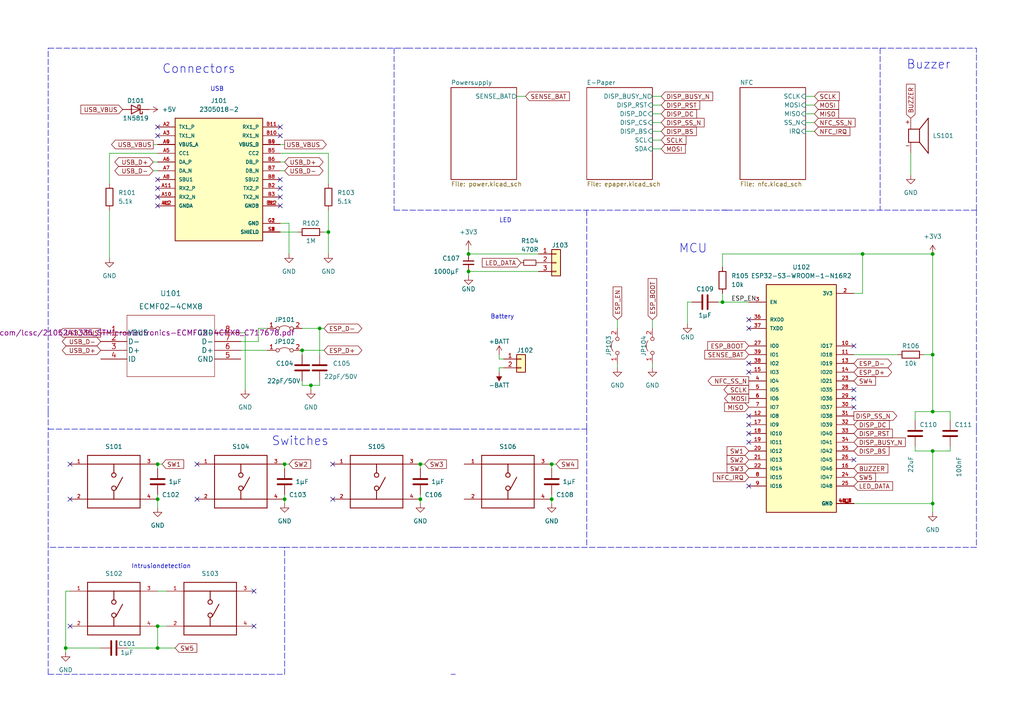
<source format=kicad_sch>
(kicad_sch (version 20211123) (generator eeschema)
  (paper "A4")
  (title_block (title "FabReader2") (date "2022-06-20") (rev "0.2") (company "RLKM UG (haftungsbeschränkt)") (comment 1 "Autoren: Joseph Langosch, Kai Kriegel"))
  (lib_symbols
    (symbol "2022-06-20_20-11-07:ECMF02-4CMX8" (pin_names (offset 0.254))
      (property "Reference" "U" (at 20.32 10.16 0))
      (property "Value" "ECMF02-4CMX8" (at 20.32 7.62 0))
      (symbol "ECMF02-4CMX8_1_1"
        (pin power_in line (at 0 0 0) (length 7.62) (name "VBUS") (number "1"))
        (pin bidirectional line (at 0 -2.54 0) (length 7.62) (name "D-") (number "2"))
        (pin bidirectional line (at 0 -5.08 0) (length 7.62) (name "D+") (number "3"))
        (pin unspecified line (at 0 -7.62 0) (length 7.62) (name "ID") (number "4"))
        (pin power_in line (at 40.64 -7.62 180) (length 7.62) (name "GND") (number "5"))
        (pin bidirectional line (at 40.64 -5.08 180) (length 7.62) (name "D+") (number "6"))
        (pin bidirectional line (at 40.64 -2.54 180) (length 7.62) (name "D-") (number "7"))
        (pin power_in line (at 40.64 0 180) (length 7.62) (name "GND") (number "8"))
      )
    )
    (symbol "2305018-2:2305018-2" (pin_names (offset 1.016))
      (property "Reference" "J" (at -12.7 18.0594 0))
      (property "Value" "2305018-2" (at -12.7 -20.3454 0))
      (symbol "2305018-2_0_0"
        (pin passive line (at -17.78 -7.62 0) (length 5.08) (name "GNDA") (number "A1"))
        (pin passive line (at -17.78 -5.08 0) (length 5.08) (name "RX2_N") (number "A10"))
        (pin passive line (at -17.78 -2.54 0) (length 5.08) (name "RX2_P") (number "A11"))
        (pin passive line (at -17.78 -7.62 0) (length 5.08) (name "GNDA") (number "A12"))
        (pin passive line (at -17.78 15.24 0) (length 5.08) (name "TX1_P") (number "A2"))
        (pin passive line (at -17.78 12.7 0) (length 5.08) (name "TX1_N") (number "A3"))
        (pin passive line (at -17.78 10.16 0) (length 5.08) (name "VBUS_A") (number "A4"))
        (pin passive line (at -17.78 7.62 0) (length 5.08) (name "CC1") (number "A5"))
        (pin passive line (at -17.78 5.08 0) (length 5.08) (name "DA_P") (number "A6"))
        (pin passive line (at -17.78 2.54 0) (length 5.08) (name "DA_N") (number "A7"))
        (pin passive line (at -17.78 0 0) (length 5.08) (name "SBU1") (number "A8"))
        (pin passive line (at -17.78 10.16 0) (length 5.08) (name "VBUS_A") (number "A9"))
        (pin passive line (at 17.78 -7.62 180) (length 5.08) (name "GNDB") (number "B1"))
        (pin passive line (at 17.78 12.7 180) (length 5.08) (name "RX1_N") (number "B10"))
        (pin passive line (at 17.78 15.24 180) (length 5.08) (name "RX1_P") (number "B11"))
        (pin passive line (at 17.78 -7.62 180) (length 5.08) (name "GNDB") (number "B12"))
        (pin passive line (at 17.78 -2.54 180) (length 5.08) (name "TX2_P") (number "B2"))
        (pin passive line (at 17.78 -5.08 180) (length 5.08) (name "TX2_N") (number "B3"))
        (pin passive line (at 17.78 10.16 180) (length 5.08) (name "VBUS_B") (number "B4"))
        (pin passive line (at 17.78 7.62 180) (length 5.08) (name "CC2") (number "B5"))
        (pin passive line (at 17.78 5.08 180) (length 5.08) (name "DB_P") (number "B6"))
        (pin passive line (at 17.78 2.54 180) (length 5.08) (name "DB_N") (number "B7"))
        (pin passive line (at 17.78 0 180) (length 5.08) (name "SBU2") (number "B8"))
        (pin passive line (at 17.78 10.16 180) (length 5.08) (name "VBUS_B") (number "B9"))
        (pin power_in line (at 17.78 -12.7 180) (length 5.08) (name "GND") (number "G1"))
        (pin power_in line (at 17.78 -12.7 180) (length 5.08) (name "GND") (number "G2"))
        (pin power_in line (at 17.78 -15.24 180) (length 5.08) (name "SHIELD") (number "S1"))
        (pin power_in line (at 17.78 -15.24 180) (length 5.08) (name "SHIELD") (number "S2"))
        (pin power_in line (at 17.78 -15.24 180) (length 5.08) (name "SHIELD") (number "S3"))
        (pin power_in line (at 17.78 -15.24 180) (length 5.08) (name "SHIELD") (number "S4"))
      )
    )
    (symbol "CMI-9705-0380-SMT-TR:CMI-9705-0380-SMT-TR" (pin_numbers hide) (pin_names (offset 1.016) hide)
      (property "Reference" "LS" (at -1.27 6.35 0))
      (property "Value" "CMI-9705-0380-SMT-TR" (at -1.27 -8.255 0))
      (symbol "CMI-9705-0380-SMT-TR_0_0"
        (text "+" (at -4.318 3.302 0) (effects (font (size 1.27 1.27)) (justify left bottom)))
        (text "-" (at -4.318 -3.556 0) (effects (font (size 1.27 1.27)) (justify left bottom)))
        (pin passive line (at -2.54 -5.08 90) (length 2.54) (name "~") (number "N"))
        (pin passive line (at -2.54 5.08 270) (length 2.54) (name "~") (number "P"))
      )
    )
    (symbol "Connector_Generic:Conn_01x02" (pin_names (offset 1.016) hide)
      (property "Reference" "J" (at 0 2.54 0))
      (property "Value" "Conn_01x02" (at 0 -5.08 0))
      (symbol "Conn_01x02_1_1"
        (pin passive line (at -5.08 0 0) (length 3.81) (name "Pin_1") (number "1"))
        (pin passive line (at -5.08 -2.54 0) (length 3.81) (name "Pin_2") (number "2"))
      )
    )
    (symbol "Connector_Generic:Conn_01x03" (pin_names (offset 1.016) hide)
      (property "Reference" "J" (at 0 5.08 0))
      (property "Value" "Conn_01x03" (at 0 -5.08 0))
      (symbol "Conn_01x03_1_1"
        (pin passive line (at -5.08 2.54 0) (length 3.81) (name "Pin_1") (number "1"))
        (pin passive line (at -5.08 0 0) (length 3.81) (name "Pin_2") (number "2"))
        (pin passive line (at -5.08 -2.54 0) (length 3.81) (name "Pin_3") (number "3"))
      )
    )
    (symbol "Device:C" (pin_numbers hide) (pin_names (offset 0.254))
      (property "Reference" "C" (at 0.635 2.54 0))
      (property "Value" "C" (at 0.635 -2.54 0))
      (symbol "C_1_1"
        (pin passive line (at 0 3.81 270) (length 2.794) (name "~") (number "1"))
        (pin passive line (at 0 -3.81 90) (length 2.794) (name "~") (number "2"))
      )
    )
    (symbol "Device:C_Small" (pin_numbers hide) (pin_names (offset 0.254) hide)
      (property "Reference" "C" (at 0.254 1.778 0))
      (property "Value" "C_Small" (at 0.254 -2.032 0))
      (symbol "C_Small_1_1"
        (pin passive line (at 0 2.54 270) (length 2.032) (name "~") (number "1"))
        (pin passive line (at 0 -2.54 90) (length 2.032) (name "~") (number "2"))
      )
    )
    (symbol "Device:R" (pin_numbers hide) (pin_names (offset 0))
      (property "Reference" "R" (at 2.032 0 90))
      (property "Value" "R" (at 0 0 90))
      (symbol "R_1_1"
        (pin passive line (at 0 3.81 270) (length 1.27) (name "~") (number "1"))
        (pin passive line (at 0 -3.81 90) (length 1.27) (name "~") (number "2"))
      )
    )
    (symbol "Device:R_Small" (pin_numbers hide) (pin_names (offset 0.254) hide)
      (property "Reference" "R" (at 0.762 0.508 0))
      (property "Value" "R_Small" (at 0.762 -1.016 0))
      (symbol "R_Small_1_1"
        (pin passive line (at 0 2.54 270) (length 0.762) (name "~") (number "1"))
        (pin passive line (at 0 -2.54 90) (length 0.762) (name "~") (number "2"))
      )
    )
    (symbol "Diode:1N5819" (pin_numbers hide) (pin_names (offset 1.016) hide)
      (property "Reference" "D" (at 0 2.54 0))
      (property "Value" "1N5819" (at 0 -2.54 0))
      (symbol "1N5819_1_1"
        (pin passive line (at -3.81 0 0) (length 2.54) (name "K") (number "1"))
        (pin passive line (at 3.81 0 180) (length 2.54) (name "A") (number "2"))
      )
    )
    (symbol "ESP32-S3-WROOM-1-N16R2:ESP32-S3-WROOM-1-N16R2" (pin_names (offset 1.016))
      (property "Reference" "U" (at -10.16 34.1122 0))
      (property "Value" "ESP32-S3-WROOM-1-N16R2" (at -10.16 -35.56 0))
      (symbol "ESP32-S3-WROOM-1-N16R2_0_0"
        (pin power_in line (at 15.24 -30.48 180) (length 5.08) (name "GND") (number "1"))
        (pin bidirectional line (at 15.24 15.24 180) (length 5.08) (name "IO17") (number "10"))
        (pin bidirectional line (at 15.24 12.7 180) (length 5.08) (name "IO18") (number "11"))
        (pin bidirectional line (at -15.24 -5.08 0) (length 5.08) (name "IO8") (number "12"))
        (pin bidirectional line (at 15.24 10.16 180) (length 5.08) (name "IO19") (number "13"))
        (pin bidirectional line (at 15.24 7.62 180) (length 5.08) (name "IO20") (number "14"))
        (pin bidirectional line (at -15.24 7.62 0) (length 5.08) (name "IO3") (number "15"))
        (pin bidirectional line (at 15.24 -20.32 180) (length 5.08) (name "IO46") (number "16"))
        (pin bidirectional line (at -15.24 -7.62 0) (length 5.08) (name "IO9") (number "17"))
        (pin bidirectional line (at -15.24 -10.16 0) (length 5.08) (name "IO10") (number "18"))
        (pin bidirectional line (at -15.24 -12.7 0) (length 5.08) (name "IO11") (number "19"))
        (pin power_in line (at 15.24 30.48 180) (length 5.08) (name "3V3") (number "2"))
        (pin bidirectional line (at -15.24 -15.24 0) (length 5.08) (name "IO12") (number "20"))
        (pin bidirectional line (at -15.24 -17.78 0) (length 5.08) (name "IO13") (number "21"))
        (pin bidirectional line (at -15.24 -20.32 0) (length 5.08) (name "IO14") (number "22"))
        (pin bidirectional line (at 15.24 5.08 180) (length 5.08) (name "IO21") (number "23"))
        (pin bidirectional line (at 15.24 -22.86 180) (length 5.08) (name "IO47") (number "24"))
        (pin bidirectional line (at 15.24 -25.4 180) (length 5.08) (name "IO48") (number "25"))
        (pin bidirectional line (at 15.24 -17.78 180) (length 5.08) (name "IO45") (number "26"))
        (pin bidirectional line (at -15.24 15.24 0) (length 5.08) (name "IO0") (number "27"))
        (pin bidirectional line (at 15.24 2.54 180) (length 5.08) (name "IO35") (number "28"))
        (pin bidirectional line (at 15.24 0 180) (length 5.08) (name "IO36") (number "29"))
        (pin input line (at -15.24 27.94 0) (length 5.08) (name "EN") (number "3"))
        (pin bidirectional line (at 15.24 -2.54 180) (length 5.08) (name "IO37") (number "30"))
        (pin bidirectional line (at 15.24 -5.08 180) (length 5.08) (name "IO38") (number "31"))
        (pin bidirectional line (at 15.24 -7.62 180) (length 5.08) (name "IO39") (number "32"))
        (pin bidirectional line (at 15.24 -10.16 180) (length 5.08) (name "IO40") (number "33"))
        (pin bidirectional line (at 15.24 -12.7 180) (length 5.08) (name "IO41") (number "34"))
        (pin bidirectional line (at 15.24 -15.24 180) (length 5.08) (name "IO42") (number "35"))
        (pin bidirectional line (at -15.24 22.86 0) (length 5.08) (name "RXD0") (number "36"))
        (pin bidirectional line (at -15.24 20.32 0) (length 5.08) (name "TXD0") (number "37"))
        (pin bidirectional line (at -15.24 10.16 0) (length 5.08) (name "IO2") (number "38"))
        (pin bidirectional line (at -15.24 12.7 0) (length 5.08) (name "IO1") (number "39"))
        (pin bidirectional line (at -15.24 5.08 0) (length 5.08) (name "IO4") (number "4"))
        (pin power_in line (at 15.24 -30.48 180) (length 5.08) (name "GND") (number "40"))
        (pin power_in line (at 15.24 -30.48 180) (length 5.08) (name "GND") (number "41_1"))
        (pin power_in line (at 15.24 -30.48 180) (length 5.08) (name "GND") (number "41_2"))
        (pin power_in line (at 15.24 -30.48 180) (length 5.08) (name "GND") (number "41_3"))
        (pin power_in line (at 15.24 -30.48 180) (length 5.08) (name "GND") (number "41_4"))
        (pin power_in line (at 15.24 -30.48 180) (length 5.08) (name "GND") (number "41_5"))
        (pin power_in line (at 15.24 -30.48 180) (length 5.08) (name "GND") (number "41_6"))
        (pin power_in line (at 15.24 -30.48 180) (length 5.08) (name "GND") (number "41_7"))
        (pin power_in line (at 15.24 -30.48 180) (length 5.08) (name "GND") (number "41_8"))
        (pin power_in line (at 15.24 -30.48 180) (length 5.08) (name "GND") (number "41_9"))
        (pin bidirectional line (at -15.24 2.54 0) (length 5.08) (name "IO5") (number "5"))
        (pin bidirectional line (at -15.24 0 0) (length 5.08) (name "IO6") (number "6"))
        (pin bidirectional line (at -15.24 -2.54 0) (length 5.08) (name "IO7") (number "7"))
        (pin bidirectional line (at -15.24 -22.86 0) (length 5.08) (name "IO15") (number "8"))
        (pin bidirectional line (at -15.24 -25.4 0) (length 5.08) (name "IO16") (number "9"))
      )
    )
    (symbol "Jumper:Jumper_2_Bridged" (pin_names (offset 0) hide)
      (property "Reference" "JP" (at 0 1.905 0))
      (property "Value" "Jumper_2_Bridged" (at 0 -2.54 0))
      (symbol "Jumper_2_Bridged_1_1"
        (pin passive line (at -5.08 0 0) (length 2.54) (name "A") (number "1"))
        (pin passive line (at 5.08 0 180) (length 2.54) (name "B") (number "2"))
      )
    )
    (symbol "Jumper:Jumper_2_Open" (pin_names (offset 0) hide)
      (property "Reference" "JP" (at 0 2.794 0))
      (property "Value" "Jumper_2_Open" (at 0 -2.286 0))
      (symbol "Jumper_2_Open_1_1"
        (pin passive line (at -5.08 0 0) (length 2.54) (name "A") (number "1"))
        (pin passive line (at 5.08 0 180) (length 2.54) (name "B") (number "2"))
      )
    )
    (symbol "TS04-66-95-BK-260-SMT:TS04-66-95-BK-260-SMT" (pin_names (offset 1.016) hide)
      (property "Reference" "S" (at -7.62 8.382 0))
      (property "Value" "TS04-66-95-BK-260-SMT" (at -7.62 -8.382 0))
      (symbol "TS04-66-95-BK-260-SMT_0_0"
        (pin passive line (at -12.7 5.08 0) (length 5.08) (name "~") (number "1"))
        (pin passive line (at -12.7 -5.08 0) (length 5.08) (name "~") (number "2"))
        (pin passive line (at 12.7 5.08 180) (length 5.08) (name "~") (number "3"))
        (pin passive line (at 12.7 -5.08 180) (length 5.08) (name "~") (number "4"))
      )
    )
    (symbol "power:+3V3" (power) (pin_names (offset 0))
      (property "Value" "+3V3" (at 0 3.556 0))
      (symbol "+3V3_1_1"
        (pin power_in line (at 0 0 90) (length 0) hide (name "+3V3") (number "1"))
      )
    )
    (symbol "power:+5V" (power) (pin_names (offset 0))
      (property "Value" "+5V" (at 0 3.556 0))
      (symbol "+5V_1_1"
        (pin power_in line (at 0 0 90) (length 0) hide (name "+5V") (number "1"))
      )
    )
    (symbol "power:+BATT" (power) (pin_names (offset 0))
      (property "Value" "+BATT" (at 0 3.556 0))
      (symbol "+BATT_1_1"
        (pin power_in line (at 0 0 90) (length 0) hide (name "+BATT") (number "1"))
      )
    )
    (symbol "power:-BATT" (power) (pin_names (offset 0))
      (property "Value" "-BATT" (at 0 3.556 0))
      (symbol "-BATT_1_1"
        (pin power_in line (at 0 0 90) (length 0) hide (name "-BATT") (number "1"))
      )
    )
    (symbol "power:GND" (power) (pin_names (offset 0))
      (property "Value" "GND" (at 0 -3.81 0))
      (symbol "GND_1_1"
        (pin power_in line (at 0 0 270) (length 0) hide (name "GND") (number "1"))
      )
    )
  )
  (junction (at 82.55 134.62))
  (junction (at 45.72 187.96))
  (junction (at 45.72 181.61))
  (junction (at 19.05 187.96))
  (junction (at 87.63 101.6))
  (junction (at 92.71 95.25))
  (junction (at 250.19 73.66))
  (junction (at 209.55 87.63))
  (junction (at 82.55 144.78))
  (junction (at 121.92 144.78))
  (junction (at 135.89 73.66))
  (junction (at 270.51 119.38))
  (junction (at 160.02 134.62))
  (junction (at 95.25 67.31))
  (junction (at 121.92 134.62))
  (junction (at 270.51 73.66))
  (junction (at 45.72 144.78))
  (junction (at 90.17 111.76))
  (junction (at 270.51 146.05))
  (junction (at 270.51 130.81))
  (junction (at 270.51 102.87))
  (junction (at 45.72 134.62))
  (junction (at 160.02 144.78))
  (junction (at 135.89 78.74))
  (no_connect (at 45.72 54.61))
  (no_connect (at 57.15 144.78))
  (no_connect (at 73.66 171.45))
  (no_connect (at 73.66 181.61))
  (no_connect (at 96.52 144.78))
  (no_connect (at 20.32 181.61))
  (no_connect (at 45.72 36.83))
  (no_connect (at 81.28 36.83))
  (no_connect (at 81.28 59.69))
  (no_connect (at 81.28 52.07))
  (no_connect (at 81.28 54.61))
  (no_connect (at 81.28 57.15))
  (no_connect (at 20.32 144.78))
  (no_connect (at 45.72 39.37))
  (no_connect (at 20.32 134.62))
  (no_connect (at 45.72 59.69))
  (no_connect (at 217.17 107.95))
  (no_connect (at 217.17 128.27))
  (no_connect (at 217.17 140.97))
  (no_connect (at 96.52 134.62))
  (no_connect (at 57.15 134.62))
  (no_connect (at 217.17 120.65))
  (no_connect (at 217.17 125.73))
  (no_connect (at 217.17 95.25))
  (no_connect (at 45.72 52.07))
  (no_connect (at 247.65 100.33))
  (no_connect (at 247.65 133.35))
  (no_connect (at 247.65 118.11))
  (no_connect (at 247.65 115.57))
  (no_connect (at 247.65 113.03))
  (no_connect (at 217.17 105.41))
  (no_connect (at 217.17 92.71))
  (no_connect (at 45.72 57.15))
  (no_connect (at 217.17 123.19))
  (no_connect (at 81.28 39.37))
  (wire (pts (xy 160.02 134.62) (xy 160.02 135.89)))
  (wire (pts (xy 44.45 49.53) (xy 45.72 49.53)))
  (wire (pts (xy 82.55 144.78) (xy 82.55 146.05)))
  (wire (pts (xy 189.23 43.18) (xy 191.77 43.18)))
  (wire (pts (xy 146.05 104.14) (xy 144.78 104.14)))
  (wire (pts (xy 92.71 95.25) (xy 87.63 95.25)))
  (wire (pts (xy 82.55 134.62) (xy 83.82 134.62)))
  (wire (pts (xy 19.05 187.96) (xy 19.05 171.45)))
  (wire (pts (xy 209.55 73.66) (xy 250.19 73.66)))
  (wire (pts (xy 264.16 44.45) (xy 264.16 50.8)))
  (polyline (pts (xy 82.55 158.75) (xy 82.55 158.75)))
  (wire (pts (xy 121.92 134.62) (xy 121.92 135.89)))
  (wire (pts (xy 45.72 187.96) (xy 50.8 187.96)))
  (polyline (pts (xy 13.97 119.38) (xy 13.97 13.97)))
  (wire (pts (xy 95.25 53.34) (xy 95.25 44.45)))
  (wire (pts (xy 270.51 130.81) (xy 270.51 146.05)))
  (wire (pts (xy 233.68 27.94) (xy 236.22 27.94)))
  (polyline (pts (xy 195.58 60.96) (xy 210.82 60.96)))
  (wire (pts (xy 267.97 102.87) (xy 270.51 102.87)))
  (wire (pts (xy 149.86 27.94) (xy 152.4 27.94)))
  (wire (pts (xy 189.23 40.64) (xy 191.77 40.64)))
  (wire (pts (xy 233.68 38.1) (xy 236.22 38.1)))
  (wire (pts (xy 160.02 143.51) (xy 160.02 144.78)))
  (wire (pts (xy 189.23 35.56) (xy 191.77 35.56)))
  (wire (pts (xy 160.02 134.62) (xy 161.29 134.62)))
  (polyline (pts (xy 170.18 60.96) (xy 170.18 124.46)))
  (wire (pts (xy 160.02 146.05) (xy 160.02 144.78)))
  (polyline (pts (xy 255.27 13.97) (xy 255.27 60.96)))
  (wire (pts (xy 121.92 143.51) (xy 121.92 144.78)))
  (wire (pts (xy 45.72 44.45) (xy 31.75 44.45)))
  (wire (pts (xy 31.75 44.45) (xy 31.75 53.34)))
  (polyline (pts (xy 13.97 195.58) (xy 13.97 124.46)))
  (wire (pts (xy 265.43 130.81) (xy 270.51 130.81)))
  (wire (pts (xy 209.55 77.47) (xy 209.55 73.66)))
  (wire (pts (xy 209.55 85.09) (xy 209.55 87.63)))
  (wire (pts (xy 270.51 130.81) (xy 275.59 130.81)))
  (wire (pts (xy 83.82 64.77) (xy 81.28 64.77)))
  (polyline (pts (xy 209.55 60.96) (xy 210.82 60.96)))
  (wire (pts (xy 189.23 38.1) (xy 191.77 38.1)))
  (wire (pts (xy 270.51 146.05) (xy 270.51 148.59)))
  (polyline (pts (xy 283.21 60.96) (xy 283.21 124.46)))
  (wire (pts (xy 83.82 73.66) (xy 83.82 64.77)))
  (wire (pts (xy 275.59 130.81) (xy 275.59 129.54)))
  (wire (pts (xy 31.75 60.96) (xy 31.75 74.93)))
  (wire (pts (xy 19.05 171.45) (xy 20.32 171.45)))
  (wire (pts (xy 92.71 110.49) (xy 92.71 111.76)))
  (wire (pts (xy 45.72 181.61) (xy 48.26 181.61)))
  (wire (pts (xy 209.55 87.63) (xy 217.17 87.63)))
  (wire (pts (xy 69.85 99.06) (xy 74.93 99.06)))
  (wire (pts (xy 270.51 119.38) (xy 275.59 119.38)))
  (polyline (pts (xy 283.21 158.75) (xy 173.99 158.75)))
  (wire (pts (xy 179.07 92.71) (xy 179.07 95.25)))
  (wire (pts (xy 81.28 44.45) (xy 95.25 44.45)))
  (polyline (pts (xy 13.97 13.97) (xy 118.11 13.97)))
  (wire (pts (xy 135.89 73.66) (xy 156.21 73.66)))
  (polyline (pts (xy 13.97 195.58) (xy 82.55 195.58)))
  (polyline (pts (xy 130.81 195.58) (xy 132.08 195.58)))
  (wire (pts (xy 45.72 134.62) (xy 45.72 135.89)))
  (wire (pts (xy 144.78 106.68) (xy 144.78 107.95)))
  (wire (pts (xy 92.71 95.25) (xy 93.98 95.25)))
  (wire (pts (xy 87.63 111.76) (xy 90.17 111.76)))
  (wire (pts (xy 199.39 87.63) (xy 200.66 87.63)))
  (polyline (pts (xy 82.55 195.58) (xy 82.55 158.75)))
  (wire (pts (xy 265.43 119.38) (xy 270.51 119.38)))
  (wire (pts (xy 121.92 146.05) (xy 121.92 144.78)))
  (wire (pts (xy 95.25 60.96) (xy 95.25 67.31)))
  (wire (pts (xy 179.07 105.41) (xy 179.07 106.68)))
  (wire (pts (xy 189.23 27.94) (xy 191.77 27.94)))
  (wire (pts (xy 233.68 30.48) (xy 236.22 30.48)))
  (wire (pts (xy 45.72 144.78) (xy 45.72 147.32)))
  (wire (pts (xy 189.23 92.71) (xy 189.23 95.25)))
  (wire (pts (xy 265.43 121.92) (xy 265.43 119.38)))
  (wire (pts (xy 81.28 46.99) (xy 82.55 46.99)))
  (wire (pts (xy 199.39 93.98) (xy 199.39 87.63)))
  (wire (pts (xy 45.72 134.62) (xy 46.99 134.62)))
  (polyline (pts (xy 132.08 158.75) (xy 82.55 158.75)))
  (polyline (pts (xy 118.11 13.97) (xy 283.21 13.97)))
  (polyline (pts (xy 283.21 60.96) (xy 283.21 13.97)))
  (wire (pts (xy 44.45 46.99) (xy 45.72 46.99)))
  (wire (pts (xy 44.45 41.91) (xy 45.72 41.91)))
  (wire (pts (xy 82.55 134.62) (xy 82.55 135.89)))
  (polyline (pts (xy 13.97 119.38) (xy 13.97 124.46)))
  (wire (pts (xy 247.65 146.05) (xy 270.51 146.05)))
  (wire (pts (xy 92.71 111.76) (xy 90.17 111.76)))
  (wire (pts (xy 69.85 96.52) (xy 71.12 96.52)))
  (wire (pts (xy 270.51 73.66) (xy 270.51 102.87)))
  (wire (pts (xy 250.19 73.66) (xy 270.51 73.66)))
  (wire (pts (xy 81.28 49.53) (xy 82.55 49.53)))
  (wire (pts (xy 250.19 85.09) (xy 247.65 85.09)))
  (polyline (pts (xy 283.21 124.46) (xy 283.21 158.75)))
  (wire (pts (xy 135.89 80.01) (xy 135.89 78.74)))
  (polyline (pts (xy 114.3 124.46) (xy 132.08 124.46)))
  (wire (pts (xy 233.68 35.56) (xy 236.22 35.56)))
  (polyline (pts (xy 13.97 124.46) (xy 114.3 124.46)))
  (wire (pts (xy 69.85 101.6) (xy 77.47 101.6)))
  (wire (pts (xy 19.05 189.23) (xy 19.05 187.96)))
  (wire (pts (xy 121.92 134.62) (xy 123.19 134.62)))
  (wire (pts (xy 189.23 30.48) (xy 191.77 30.48)))
  (polyline (pts (xy 114.3 13.97) (xy 114.3 60.96)))
  (wire (pts (xy 74.93 95.25) (xy 77.47 95.25)))
  (wire (pts (xy 87.63 110.49) (xy 87.63 111.76)))
  (wire (pts (xy 265.43 129.54) (xy 265.43 130.81)))
  (wire (pts (xy 81.28 67.31) (xy 86.36 67.31)))
  (wire (pts (xy 90.17 111.76) (xy 90.17 113.03)))
  (wire (pts (xy 45.72 181.61) (xy 45.72 187.96)))
  (wire (pts (xy 87.63 101.6) (xy 93.98 101.6)))
  (wire (pts (xy 250.19 73.66) (xy 250.19 85.09)))
  (wire (pts (xy 144.78 104.14) (xy 144.78 102.87)))
  (wire (pts (xy 82.55 143.51) (xy 82.55 144.78)))
  (wire (pts (xy 270.51 102.87) (xy 270.51 119.38)))
  (wire (pts (xy 189.23 33.02) (xy 191.77 33.02)))
  (wire (pts (xy 74.93 95.25) (xy 74.93 99.06)))
  (wire (pts (xy 19.05 187.96) (xy 29.21 187.96)))
  (polyline (pts (xy 210.82 60.96) (xy 283.21 60.96)))
  (polyline (pts (xy 170.18 124.46) (xy 170.18 158.75)))
  (wire (pts (xy 135.89 73.66) (xy 135.89 72.39)))
  (polyline (pts (xy 114.3 60.96) (xy 195.58 60.96)))
  (wire (pts (xy 233.68 33.02) (xy 236.22 33.02)))
  (wire (pts (xy 275.59 121.92) (xy 275.59 119.38)))
  (wire (pts (xy 36.83 187.96) (xy 45.72 187.96)))
  (wire (pts (xy 87.63 101.6) (xy 87.63 102.87)))
  (wire (pts (xy 45.72 171.45) (xy 48.26 171.45)))
  (polyline (pts (xy 132.08 124.46) (xy 170.18 124.46)))
  (wire (pts (xy 45.72 143.51) (xy 45.72 144.78)))
  (wire (pts (xy 146.05 106.68) (xy 144.78 106.68)))
  (wire (pts (xy 92.71 95.25) (xy 92.71 102.87)))
  (wire (pts (xy 208.28 87.63) (xy 209.55 87.63)))
  (polyline (pts (xy 82.55 158.75) (xy 13.97 158.75)))
  (wire (pts (xy 95.25 67.31) (xy 95.25 73.66)))
  (polyline (pts (xy 132.08 158.75) (xy 173.99 158.75)))
  (wire (pts (xy 71.12 96.52) (xy 71.12 113.03)))
  (wire (pts (xy 189.23 105.41) (xy 189.23 106.68)))
  (wire (pts (xy 135.89 78.74) (xy 156.21 78.74)))
  (wire (pts (xy 260.35 102.87) (xy 247.65 102.87)))
  (wire (pts (xy 81.28 41.91) (xy 82.55 41.91)))
  (wire (pts (xy 93.98 67.31) (xy 95.25 67.31)))
  (text "Buzzer" (at 262.89 20.32 0) (effects (font (size 2.54 2.54)) (justify left bottom)))
  (text "LED" (at 144.78 64.77 0) (effects (font (size 1.27 1.27)) (justify left bottom)))
  (text "USB" (at 60.96 26.67 0) (effects (font (size 1.27 1.27)) (justify left bottom)))
  (text "Battery" (at 142.24 92.71 0) (effects (font (size 1.27 1.27)) (justify left bottom)))
  (text "Intrusiondetection" (at 38.1 165.1 0) (effects (font (size 1.27 1.27)) (justify left bottom)))
  (text "Connectors" (at 46.99 21.59 0) (effects (font (size 2.54 2.54)) (justify left bottom)))
  (text "MCU" (at 196.85 73.66 0) (effects (font (size 2.54 2.54)) (justify left bottom)))
  (text "Switches" (at 78.74 129.54 0) (effects (font (size 2.54 2.54)) (justify left bottom)))
  (label "ESP_EN" (at 212.09 87.63 0))
  (global_label "SCLK" (shape input) (at 236.22 27.94 0) (property "Intersheet References" "${INTERSHEET_REFS}" (effects hide)))
  (global_label "SENSE_BAT" (shape input) (at 152.4 27.94 0) (property "Intersheet References" "${INTERSHEET_REFS}" (effects hide)))
  (global_label "ESP_EN" (shape input) (at 179.07 92.71 90) (property "Intersheet References" "${INTERSHEET_REFS}" (effects hide)))
  (global_label "DISP_SS_N" (shape output) (at 247.65 120.65 0) (property "Intersheet References" "${INTERSHEET_REFS}" (effects hide)))
  (global_label "SCLK" (shape output) (at 217.17 113.03 180) (property "Intersheet References" "${INTERSHEET_REFS}" (effects hide)))
  (global_label "SW3" (shape input) (at 123.19 134.62 0) (property "Intersheet References" "${INTERSHEET_REFS}" (effects hide)))
  (global_label "ESP_D+" (shape bidirectional) (at 93.98 101.6 0) (property "Intersheet References" "${INTERSHEET_REFS}" (effects hide)))
  (global_label "SW2" (shape input) (at 217.17 133.35 180) (property "Intersheet References" "${INTERSHEET_REFS}" (effects hide)))
  (global_label "USB_VBUS" (shape output) (at 44.45 41.91 180) (property "Intersheet References" "${INTERSHEET_REFS}" (effects hide)))
  (global_label "USB_D+" (shape bidirectional) (at 82.55 46.99 0) (property "Intersheet References" "${INTERSHEET_REFS}" (effects hide)))
  (global_label "DISP_RST" (shape input) (at 247.65 125.73 0) (property "Intersheet References" "${INTERSHEET_REFS}" (effects hide)))
  (global_label "SW4" (shape input) (at 247.65 110.49 0) (property "Intersheet References" "${INTERSHEET_REFS}" (effects hide)))
  (global_label "SW5" (shape input) (at 50.8 187.96 0) (property "Intersheet References" "${INTERSHEET_REFS}" (effects hide)))
  (global_label "DISP_DC" (shape input) (at 191.77 33.02 0) (property "Intersheet References" "${INTERSHEET_REFS}" (effects hide)))
  (global_label "SW5" (shape input) (at 247.65 138.43 0) (property "Intersheet References" "${INTERSHEET_REFS}" (effects hide)))
  (global_label "MOSI" (shape output) (at 217.17 115.57 180) (property "Intersheet References" "${INTERSHEET_REFS}" (effects hide)))
  (global_label "USB_VBUS" (shape output) (at 29.21 96.52 180) (property "Intersheet References" "${INTERSHEET_REFS}" (effects hide)))
  (global_label "SW4" (shape input) (at 161.29 134.62 0) (property "Intersheet References" "${INTERSHEET_REFS}" (effects hide)))
  (global_label "DISP_DC" (shape input) (at 247.65 123.19 0) (property "Intersheet References" "${INTERSHEET_REFS}" (effects hide)))
  (global_label "NFC_SS_N" (shape input) (at 236.22 35.56 0) (property "Intersheet References" "${INTERSHEET_REFS}" (effects hide)))
  (global_label "SW3" (shape input) (at 217.17 135.89 180) (property "Intersheet References" "${INTERSHEET_REFS}" (effects hide)))
  (global_label "LED_DATA" (shape input) (at 247.65 140.97 0) (property "Intersheet References" "${INTERSHEET_REFS}" (effects hide)))
  (global_label "DISP_BUSY_N" (shape input) (at 247.65 128.27 0) (property "Intersheet References" "${INTERSHEET_REFS}" (effects hide)))
  (global_label "NFC_SS_N" (shape output) (at 217.17 110.49 180) (property "Intersheet References" "${INTERSHEET_REFS}" (effects hide)))
  (global_label "MOSI" (shape input) (at 191.77 43.18 0) (property "Intersheet References" "${INTERSHEET_REFS}" (effects hide)))
  (global_label "ESP_D-" (shape bidirectional) (at 93.98 95.25 0) (property "Intersheet References" "${INTERSHEET_REFS}" (effects hide)))
  (global_label "BUZZER" (shape input) (at 247.65 135.89 0) (property "Intersheet References" "${INTERSHEET_REFS}" (effects hide)))
  (global_label "DISP_BS" (shape input) (at 191.77 38.1 0) (property "Intersheet References" "${INTERSHEET_REFS}" (effects hide)))
  (global_label "DISP_BS" (shape input) (at 247.65 130.81 0) (property "Intersheet References" "${INTERSHEET_REFS}" (effects hide)))
  (global_label "SENSE_BAT" (shape input) (at 217.17 102.87 180) (property "Intersheet References" "${INTERSHEET_REFS}" (effects hide)))
  (global_label "NFC_IRQ" (shape input) (at 236.22 38.1 0) (property "Intersheet References" "${INTERSHEET_REFS}" (effects hide)))
  (global_label "USB_D-" (shape bidirectional) (at 82.55 49.53 0) (property "Intersheet References" "${INTERSHEET_REFS}" (effects hide)))
  (global_label "LED_DATA" (shape input) (at 151.13 76.2 180) (property "Intersheet References" "${INTERSHEET_REFS}" (effects hide)))
  (global_label "DISP_BUSY_N" (shape input) (at 191.77 27.94 0) (property "Intersheet References" "${INTERSHEET_REFS}" (effects hide)))
  (global_label "ESP_BOOT" (shape input) (at 189.23 92.71 90) (property "Intersheet References" "${INTERSHEET_REFS}" (effects hide)))
  (global_label "DISP_SS_N" (shape input) (at 191.77 35.56 0) (property "Intersheet References" "${INTERSHEET_REFS}" (effects hide)))
  (global_label "MOSI" (shape input) (at 236.22 30.48 0) (property "Intersheet References" "${INTERSHEET_REFS}" (effects hide)))
  (global_label "ESP_D-" (shape bidirectional) (at 247.65 105.41 0) (property "Intersheet References" "${INTERSHEET_REFS}" (effects hide)))
  (global_label "USB_VBUS" (shape input) (at 35.56 31.75 180) (property "Intersheet References" "${INTERSHEET_REFS}" (effects hide)))
  (global_label "NFC_IRQ" (shape input) (at 217.17 138.43 180) (property "Intersheet References" "${INTERSHEET_REFS}" (effects hide)))
  (global_label "BUZZER" (shape input) (at 264.16 34.29 90) (property "Intersheet References" "${INTERSHEET_REFS}" (effects hide)))
  (global_label "DISP_RST" (shape input) (at 191.77 30.48 0) (property "Intersheet References" "${INTERSHEET_REFS}" (effects hide)))
  (global_label "MISO" (shape input) (at 217.17 118.11 180) (property "Intersheet References" "${INTERSHEET_REFS}" (effects hide)))
  (global_label "USB_D-" (shape bidirectional) (at 29.21 99.06 180) (property "Intersheet References" "${INTERSHEET_REFS}" (effects hide)))
  (global_label "USB_D-" (shape bidirectional) (at 44.45 49.53 180) (property "Intersheet References" "${INTERSHEET_REFS}" (effects hide)))
  (global_label "USB_VBUS" (shape output) (at 82.55 41.91 0) (property "Intersheet References" "${INTERSHEET_REFS}" (effects hide)))
  (global_label "MISO" (shape input) (at 236.22 33.02 0) (property "Intersheet References" "${INTERSHEET_REFS}" (effects hide)))
  (global_label "SW1" (shape input) (at 217.17 130.81 180) (property "Intersheet References" "${INTERSHEET_REFS}" (effects hide)))
  (global_label "ESP_BOOT" (shape input) (at 217.17 100.33 180) (property "Intersheet References" "${INTERSHEET_REFS}" (effects hide)))
  (global_label "USB_D+" (shape bidirectional) (at 44.45 46.99 180) (property "Intersheet References" "${INTERSHEET_REFS}" (effects hide)))
  (global_label "USB_D+" (shape bidirectional) (at 29.21 101.6 180) (property "Intersheet References" "${INTERSHEET_REFS}" (effects hide)))
  (global_label "SW1" (shape input) (at 46.99 134.62 0) (property "Intersheet References" "${INTERSHEET_REFS}" (effects hide)))
  (global_label "SW2" (shape input) (at 83.82 134.62 0) (property "Intersheet References" "${INTERSHEET_REFS}" (effects hide)))
  (global_label "ESP_D+" (shape bidirectional) (at 247.65 107.95 0) (property "Intersheet References" "${INTERSHEET_REFS}" (effects hide)))
  (global_label "SCLK" (shape input) (at 191.77 40.64 0) (property "Intersheet References" "${INTERSHEET_REFS}" (effects hide)))
  (symbol (lib_id "power:GND") (at 83.82 73.66 0) (unit 1)
    (property "Reference" "#PWR0107" (effects hide))
    (property "Value" "GND" (at 83.82 78.74 0))
  )
  (symbol (lib_id "Device:R") (at 209.55 81.28 180) (unit 1)
    (property "Reference" "R105" (at 212.09 80.0099 0) (effects (justify right)))
    (property "Value" "10k" (at 212.09 82.5499 0) (effects (justify right)))
    (property "Footprint" "Resistor_SMD:R_0402_1005Metric" (effects hide))
    (property "Datasheet" "https://datasheet.lcsc.com/lcsc/1810241324_YAGEO-AC0402FR-0710KL_C144807.pdf" (effects hide))
    (property "MANUFACTURER" "YAGEO" (effects hide))
    (property "MPN" "RC0402JR-071KL" (effects hide))
  )
  (symbol (lib_id "power:+3V3") (at 270.51 73.66 0) (unit 1)
    (property "Reference" "#PWR0120" (effects hide))
    (property "Value" "+3V3" (at 270.51 68.58 0))
  )
  (symbol (lib_id "Device:R") (at 90.17 67.31 90) (unit 1)
    (property "Reference" "R102" (at 90.17 64.77 90))
    (property "Value" "1M" (at 90.17 69.85 90))
    (property "Footprint" "Resistor_SMD:R_0402_1005Metric" (effects hide))
    (property "Datasheet" "https://datasheet.lcsc.com/lcsc/1810241325_YAGEO-AC0402FR-071ML_C144787.pdf" (effects hide))
    (property "MANUFACTURER" "YAGEO" (effects hide))
    (property "MPN" "AC0402FR-071ML" (effects hide))
  )
  (symbol (lib_id "Device:C") (at 265.43 125.73 0) (unit 1)
    (property "Reference" "C110" (at 266.7 123.19 0) (effects (justify left)))
    (property "Value" "22uF" (at 264.16 137.16 90) (effects (justify left)))
    (property "Footprint" "Capacitor_SMD:C_0402_1005Metric" (effects hide))
    (property "Datasheet" "https://datasheet.lcsc.com/lcsc/1912111437_Murata-Electronics-GRM155R60J226ME11D_C415703.pdf" (effects hide))
    (property "MANUFACTURER" "Murata Electronics" (effects hide))
    (property "MPN" "GRM155R60J226ME11D" (effects hide))
    (property "Type" "X5R" (effects hide))
  )
  (symbol (lib_id "power:GND") (at 90.17 113.03 0) (unit 1)
    (property "Reference" "#PWR0108" (effects hide))
    (property "Value" "GND" (at 90.17 118.11 0))
  )
  (symbol (lib_id "power:GND") (at 19.05 189.23 0) (unit 1)
    (property "Reference" "#PWR0101" (effects hide))
    (property "Value" "GND" (at 19.05 194.31 0))
  )
  (symbol (lib_id "Jumper:Jumper_2_Bridged") (at 82.55 101.6 0) (unit 1)
    (property "Reference" "JP102" (at 82.55 99.06 0))
    (property "Value" "Jumper_2_Bridged" (effects hide))
    (property "Footprint" "Connector_PinHeader_2.54mm:PinHeader_1x02_P2.54mm_Vertical" (effects hide))
  )
  (symbol (lib_id "power:GND") (at 82.55 146.05 0) (mirror y) (unit 1)
    (property "Reference" "#PWR0106" (effects hide))
    (property "Value" "GND" (at 82.55 151.13 0))
  )
  (symbol (lib_id "Device:R") (at 31.75 57.15 180) (unit 1)
    (property "Reference" "R101" (at 34.29 55.8799 0) (effects (justify right)))
    (property "Value" "5.1k" (at 34.29 58.4199 0) (effects (justify right)))
    (property "Footprint" "Resistor_SMD:R_0402_1005Metric" (effects hide))
    (property "Datasheet" "https://datasheet.lcsc.com/lcsc/1809201112_YAGEO-RC0402FR-075K1L_C105872.pdf" (effects hide))
    (property "MANUFACTURER" "YAGEO" (effects hide))
    (property "MPN" "RC0402FR-075K1L" (effects hide))
  )
  (symbol (lib_id "Jumper:Jumper_2_Bridged") (at 82.55 95.25 0) (unit 1)
    (property "Reference" "JP101" (at 82.55 92.71 0))
    (property "Value" "Jumper_2_Bridged" (effects hide))
    (property "Footprint" "Connector_PinHeader_2.54mm:PinHeader_1x02_P2.54mm_Vertical" (effects hide))
  )
  (symbol (lib_id "Device:C") (at 45.72 139.7 180) (unit 1)
    (property "Reference" "C102" (at 49.53 143.51 0))
    (property "Value" "1µF" (at 50.8 139.7 0))
    (property "Footprint" "Capacitor_SMD:C_0402_1005Metric" (effects hide))
    (property "Datasheet" "https://datasheet.lcsc.com/lcsc/1811081616_Murata-Electronics-GRM155R61E105KA12D_C77009.pdf" (effects hide))
    (property "MANUFACTURER" "Murata Electronics" (effects hide))
    (property "MPN" "GRM155R61E105KA12D" (effects hide))
    (property "Type" "X5R" (effects hide))
  )
  (symbol (lib_id "Device:C") (at 275.59 125.73 0) (unit 1)
    (property "Reference" "C111" (at 276.86 123.19 0) (effects (justify left)))
    (property "Value" "100nF" (at 278.13 138.43 90) (effects (justify left)))
    (property "Footprint" "Capacitor_SMD:C_0402_1005Metric" (effects hide))
    (property "Datasheet" "https://datasheet.lcsc.com/lcsc/2006151134_YAGEO-CC0402KRX5R5BB104_C541405.pdf" (effects hide))
    (property "MANUFACTURER" "YAGEO" (effects hide))
    (property "MPN" "CC0402KRX5R5BB104" (effects hide))
    (property "Type" "X5R" (effects hide))
  )
  (symbol (lib_id "Device:C") (at 33.02 187.96 90) (unit 1)
    (property "Reference" "C101" (at 36.83 186.69 90))
    (property "Value" "1µF" (at 36.83 189.23 90))
    (property "Footprint" "Capacitor_SMD:C_0402_1005Metric" (effects hide))
    (property "Datasheet" "https://datasheet.lcsc.com/lcsc/1811081616_Murata-Electronics-GRM155R61E105KA12D_C77009.pdf" (effects hide))
    (property "MANUFACTURER" "Murata Electronics" (effects hide))
    (property "MPN" "GRM155R61E105KA12D" (effects hide))
    (property "Type" "X5R" (effects hide))
  )
  (symbol (lib_id "power:GND") (at 179.07 106.68 0) (unit 1)
    (property "Reference" "#PWR0116" (effects hide))
    (property "Value" "GND" (at 179.07 111.76 0))
  )
  (symbol (lib_id "Connector_Generic:Conn_01x02") (at 151.13 104.14 0) (unit 1)
    (property "Reference" "J102" (at 149.86 101.6 0) (effects (justify left)))
    (property "Value" "Conn_01x02" (effects hide))
    (property "Footprint" "Connector_JST:JST_PH_S2B-PH-SM4-TB_1x02-1MP_P2.00mm_Horizontal" (effects hide))
    (property "Datasheet" "https://datasheet.lcsc.com/lcsc/2102031704_JST-Sales-America-S2B-PH-SM4-TB-LF-SN_C295747.pdf" (effects hide))
    (property "MANUFACTURER" "JST Sales America" (effects hide))
    (property "MPN" "S2B-PH-SM4-TB(LF)(SN)" (effects hide))
  )
  (symbol (lib_id "Device:C") (at 82.55 139.7 180) (unit 1)
    (property "Reference" "C103" (at 86.36 143.51 0))
    (property "Value" "1µF" (at 87.63 139.7 0))
    (property "Footprint" "Capacitor_SMD:C_0402_1005Metric" (effects hide))
    (property "Datasheet" "https://datasheet.lcsc.com/lcsc/1811081616_Murata-Electronics-GRM155R61E105KA12D_C77009.pdf" (effects hide))
    (property "MANUFACTURER" "Murata Electronics" (effects hide))
    (property "MPN" "GRM155R61E105KA12D" (effects hide))
    (property "Type" "X5R" (effects hide))
  )
  (symbol (lib_id "power:GND") (at 160.02 146.05 0) (unit 1)
    (property "Reference" "#PWR0115" (effects hide))
    (property "Value" "GND" (at 160.02 151.13 0))
  )
  (symbol (lib_id "power:GND") (at 189.23 106.68 0) (unit 1)
    (property "Reference" "#PWR0117" (effects hide))
    (property "Value" "GND" (at 189.23 111.76 0))
  )
  (symbol (lib_id "power:GND") (at 31.75 74.93 0) (unit 1)
    (property "Reference" "#PWR0102" (effects hide))
    (property "Value" "GND" (at 31.75 80.01 0))
  )
  (symbol (lib_id "Device:R") (at 95.25 57.15 180) (unit 1)
    (property "Reference" "R103" (at 97.79 55.8799 0) (effects (justify right)))
    (property "Value" "5.1k" (at 97.79 58.4199 0) (effects (justify right)))
    (property "Footprint" "Resistor_SMD:R_0402_1005Metric" (effects hide))
    (property "Datasheet" "https://datasheet.lcsc.com/lcsc/1809201112_YAGEO-RC0402FR-075K1L_C105872.pdf" (effects hide))
    (property "MANUFACTURER" "YAGEO" (effects hide))
    (property "MPN" "RC0402FR-075K1L" (effects hide))
  )
  (symbol (lib_id "Jumper:Jumper_2_Open") (at 179.07 100.33 90) (unit 1)
    (property "Reference" "JP103" (at 176.53 100.33 0))
    (property "Value" "Jumper_2_Bridged" (effects hide))
    (property "Footprint" "Connector_PinHeader_2.54mm:PinHeader_1x02_P2.54mm_Vertical" (effects hide))
  )
  (symbol (lib_id "2305018-2:2305018-2") (at 63.5 52.07 0) (unit 1)
    (property "Reference" "J101" (at 63.5 29.21 0))
    (property "Value" "2305018-2" (at 63.5 31.75 0))
    (property "Footprint" "2305018-2:TE_2305018-2" (effects hide))
    (property "Datasheet" "https://datasheet.lcsc.com/lcsc/2112301030_TE-Connectivity-2305018-2_C498674.pdf" (effects hide))
    (property "Comment" "2305018-2" (effects hide))
    (property "MANUFACTURER" "TE Connectivity" (effects hide))
    (property "MPN" "2305018-2" (effects hide))
  )
  (symbol (lib_id "TS04-66-95-BK-260-SMT:TS04-66-95-BK-260-SMT") (at 33.02 139.7 0) (unit 1)
    (property "Reference" "S101" (at 33.02 129.54 0))
    (property "Value" "TS04-66-95-BK-260-SMT" (effects hide))
    (property "Footprint" "TS04-66-95-BK-260-SMT:SW_TS04-66-95-BK-260-SMT" (effects hide))
    (property "Datasheet" "https://www.cuidevices.com/product/resource/digikeypdf/ts04.pdf" (effects hide))
    (property "PARTREV" "1.0" (effects hide))
    (property "STANDARD" "Manufacturer Recommendations" (effects hide))
    (property "MANUFACTURER" "CUI Devices" (effects hide))
    (property "MPN" "TS04-66-95-BK-260-SMT" (effects hide))
  )
  (symbol (lib_id "Diode:1N5819") (at 39.37 31.75 180) (unit 1)
    (property "Reference" "D101" (at 39.37 29.21 0))
    (property "Value" "1N5819" (at 39.37 34.29 0))
    (property "Footprint" "Diode_SMD:D_SOD-123F" (effects hide))
    (property "Datasheet" "https://datasheet.lcsc.com/lcsc/1811121309_Diodes-Incorporated-1N5819HW-7-F_C82544.pdf" (effects hide))
    (property "MANUFACTURER" "Diodes Incorporated" (effects hide))
    (property "MPN" "1N5819HW-7-F" (effects hide))
  )
  (symbol (lib_id "TS04-66-95-BK-260-SMT:TS04-66-95-BK-260-SMT") (at 69.85 139.7 0) (unit 1)
    (property "Reference" "S104" (at 69.85 129.54 0))
    (property "Value" "TS04-66-95-BK-260-SMT" (effects hide))
    (property "Footprint" "TS04-66-95-BK-260-SMT:SW_TS04-66-95-BK-260-SMT" (effects hide))
    (property "Datasheet" "https://www.cuidevices.com/product/resource/digikeypdf/ts04.pdf" (effects hide))
    (property "PARTREV" "1.0" (effects hide))
    (property "STANDARD" "Manufacturer Recommendations" (effects hide))
    (property "MANUFACTURER" "CUI Devices" (effects hide))
    (property "MPN" "TS04-66-95-BK-260-SMT" (effects hide))
  )
  (symbol (lib_id "power:-BATT") (at 144.78 107.95 180) (unit 1)
    (property "Reference" "#PWR0114" (effects hide))
    (property "Value" "-BATT" (at 144.78 111.76 0))
  )
  (symbol (lib_id "Device:C") (at 92.71 106.68 0) (unit 1)
    (property "Reference" "C105" (at 96.52 105.41 0) (effects (justify left)))
    (property "Value" "22pF/50V" (at 93.98 109.22 0) (effects (justify left)))
    (property "Footprint" "Capacitor_SMD:C_0402_1005Metric" (effects hide))
  )
  (symbol (lib_id "Device:C") (at 87.63 106.68 0) (unit 1)
    (property "Reference" "C104" (at 80.01 105.41 0) (effects (justify left)))
    (property "Value" "22pF/50V" (at 77.47 110.49 0) (effects (justify left)))
    (property "Footprint" "Capacitor_SMD:C_0402_1005Metric" (effects hide))
  )
  (symbol (lib_id "power:+3V3") (at 135.89 72.39 0) (unit 1)
    (property "Reference" "#PWR0111" (effects hide))
    (property "Value" "+3V3" (at 135.89 67.31 0))
  )
  (symbol (lib_id "Device:C") (at 160.02 139.7 180) (unit 1)
    (property "Reference" "C108" (at 163.83 143.51 0))
    (property "Value" "1µF" (at 165.1 139.7 0))
    (property "Footprint" "Capacitor_SMD:C_0402_1005Metric" (effects hide))
    (property "Datasheet" "https://datasheet.lcsc.com/lcsc/1811081616_Murata-Electronics-GRM155R61E105KA12D_C77009.pdf" (effects hide))
    (property "MANUFACTURER" "Murata Electronics" (effects hide))
    (property "MPN" "GRM155R61E105KA12D" (effects hide))
    (property "Type" "X5R" (effects hide))
  )
  (symbol (lib_id "TS04-66-95-BK-260-SMT:TS04-66-95-BK-260-SMT") (at 109.22 139.7 0) (unit 1)
    (property "Reference" "S105" (at 109.22 129.54 0))
    (property "Value" "TS04-66-95-BK-260-SMT" (effects hide))
    (property "Footprint" "TS04-66-95-BK-260-SMT:SW_TS04-66-95-BK-260-SMT" (effects hide))
    (property "Datasheet" "https://www.cuidevices.com/product/resource/digikeypdf/ts04.pdf" (effects hide))
    (property "PARTREV" "1.0" (effects hide))
    (property "STANDARD" "Manufacturer Recommendations" (effects hide))
    (property "MANUFACTURER" "CUI Devices" (effects hide))
    (property "MPN" "TS04-66-95-BK-260-SMT" (effects hide))
  )
  (symbol (lib_id "Device:C_Small") (at 135.89 76.2 0) (unit 1)
    (property "Reference" "C107" (at 128.27 74.93 0) (effects (justify left)))
    (property "Value" "1000µF" (at 125.73 78.74 0) (effects (justify left)))
    (property "Footprint" "Capacitor_SMD:CP_Elec_8x10" (effects hide))
    (property "Datasheet" "https://datasheet.lcsc.com/lcsc/2202252130_ROQANG-RVT0J102M0810_C72471.pdf" (effects hide))
    (property "MANUFACTURER" "ROQANG" (effects hide))
    (property "MPN" "RVT0J102M0810" (effects hide))
    (property "Type" "Al ElKo" (effects hide))
  )
  (symbol (lib_id "power:GND") (at 135.89 80.01 0) (unit 1)
    (property "Reference" "#PWR0112" (effects hide))
    (property "Value" "GND" (at 135.89 83.82 0))
  )
  (symbol (lib_id "power:GND") (at 199.39 93.98 0) (unit 1)
    (property "Reference" "#PWR0118" (effects hide))
    (property "Value" "GND" (at 199.39 97.79 0))
  )
  (symbol (lib_id "Device:R") (at 264.16 102.87 270) (mirror x) (unit 1)
    (property "Reference" "R106" (at 264.16 100.33 90))
    (property "Value" "10k" (at 264.16 105.41 90))
    (property "Footprint" "Resistor_SMD:R_0402_1005Metric" (effects hide))
    (property "Datasheet" "https://datasheet.lcsc.com/lcsc/1810241324_YAGEO-AC0402FR-0710KL_C144807.pdf" (effects hide))
    (property "MANUFACTURER" "YAGEO" (effects hide))
    (property "MPN" "RC0402JR-071KL" (effects hide))
  )
  (symbol (lib_id "Device:C") (at 121.92 139.7 180) (unit 1)
    (property "Reference" "C106" (at 125.73 143.51 0))
    (property "Value" "1µF" (at 127 139.7 0))
    (property "Footprint" "Capacitor_SMD:C_0402_1005Metric" (effects hide))
    (property "Datasheet" "https://datasheet.lcsc.com/lcsc/1811081616_Murata-Electronics-GRM155R61E105KA12D_C77009.pdf" (effects hide))
    (property "MANUFACTURER" "Murata Electronics" (effects hide))
    (property "MPN" "GRM155R61E105KA12D" (effects hide))
    (property "Type" "X5R" (effects hide))
  )
  (symbol (lib_id "TS04-66-95-BK-260-SMT:TS04-66-95-BK-260-SMT") (at 60.96 176.53 0) (unit 1)
    (property "Reference" "S103" (at 60.96 166.37 0))
    (property "Value" "TS04-66-95-BK-260-SMT" (effects hide))
    (property "Footprint" "TS04-66-95-BK-260-SMT:SW_TS04-66-95-BK-260-SMT" (effects hide))
    (property "Datasheet" "https://www.cuidevices.com/product/resource/digikeypdf/ts04.pdf" (effects hide))
    (property "PARTREV" "1.0" (effects hide))
    (property "STANDARD" "Manufacturer Recommendations" (effects hide))
    (property "MANUFACTURER" "CUI Devices" (effects hide))
    (property "MPN" "TS04-66-95-BK-260-SMT" (effects hide))
  )
  (symbol (lib_id "ESP32-S3-WROOM-1-N16R2:ESP32-S3-WROOM-1-N16R2") (at 232.41 115.57 0) (unit 1)
    (property "Reference" "U102" (at 232.41 77.47 0))
    (property "Value" "ESP32-S3-WROOM-1-N16R2" (at 232.41 80.01 0))
    (property "Footprint" "ESP32-S3-WROOM-1-N16R2:XCVR_ESP32-S3-WROOM-1-N16R2" (effects hide))
    (property "MAXIMUM_PACKAGE_HEIGHT" "3.25mm" (effects hide))
    (property "PARTREV" "v1.0" (effects hide))
    (property "MANUFACTURER" "Espressif" (effects hide))
    (property "STANDARD" "Manufacturer Recommendations" (effects hide))
  )
  (symbol (lib_id "Device:R_Small") (at 153.67 76.2 90) (unit 1)
    (property "Reference" "R104" (at 153.67 69.85 90))
    (property "Value" "470R" (at 153.67 72.39 90))
    (property "Footprint" "Resistor_SMD:R_0402_1005Metric" (effects hide))
    (property "Datasheet" "https://datasheet.lcsc.com/lcsc/1810261420_YAGEO-RC0402FR-07470RL_C114877.pdf" (effects hide))
    (property "MANUFACTURER" "YAGEO" (effects hide))
    (property "MPN" "RC0402FR-07470RL" (effects hide))
  )
  (symbol (lib_id "power:GND") (at 95.25 73.66 0) (unit 1)
    (property "Reference" "#PWR0109" (effects hide))
    (property "Value" "GND" (at 95.25 78.74 0))
  )
  (symbol (lib_id "TS04-66-95-BK-260-SMT:TS04-66-95-BK-260-SMT") (at 33.02 176.53 0) (unit 1)
    (property "Reference" "S102" (at 33.02 166.37 0))
    (property "Value" "TS04-66-95-BK-260-SMT" (effects hide))
    (property "Footprint" "TS04-66-95-BK-260-SMT:SW_TS04-66-95-BK-260-SMT" (effects hide))
    (property "Datasheet" "https://www.cuidevices.com/product/resource/digikeypdf/ts04.pdf" (effects hide))
    (property "PARTREV" "1.0" (effects hide))
    (property "STANDARD" "Manufacturer Recommendations" (effects hide))
    (property "MANUFACTURER" "CUI Devices" (effects hide))
    (property "MPN" "TS04-66-95-BK-260-SMT" (effects hide))
  )
  (symbol (lib_id "power:+BATT") (at 144.78 102.87 0) (unit 1)
    (property "Reference" "#PWR0113" (effects hide))
    (property "Value" "+BATT" (at 144.78 99.06 0))
  )
  (symbol (lib_id "Device:C") (at 204.47 87.63 90) (unit 1)
    (property "Reference" "C109" (at 204.47 83.82 90))
    (property "Value" "1µF" (at 204.47 91.44 90))
    (property "Footprint" "Capacitor_SMD:C_0402_1005Metric" (effects hide))
    (property "Datasheet" "https://datasheet.lcsc.com/lcsc/1811081616_Murata-Electronics-GRM155R61E105KA12D_C77009.pdf" (effects hide))
    (property "MANUFACTURER" "Murata Electronics" (effects hide))
    (property "MPN" "GRM155R61E105KA12D" (effects hide))
    (property "Type" "X5R" (effects hide))
  )
  (symbol (lib_id "Connector_Generic:Conn_01x03") (at 161.29 76.2 0) (unit 1)
    (property "Reference" "J103" (at 160.02 71.12 0) (effects (justify left)))
    (property "Value" "Conn_01x03" (effects hide))
    (property "Footprint" "Connector_JST:JST_PH_S3B-PH-SM4-TB_1x03-1MP_P2.00mm_Horizontal" (effects hide))
    (property "Datasheet" "https://datasheet.lcsc.com/lcsc/1810261109_JST-Sales-America-S3B-PH-SM4-TB-LF-SN_C265101.pdf" (effects hide))
    (property "MANUFACTURER" "JST Sales America" (effects hide))
    (property "MPN" "S3B-PH-SM4-TB(LF)(SN)" (effects hide))
  )
  (symbol (lib_id "power:+5V") (at 43.18 31.75 270) (unit 1)
    (property "Reference" "#PWR0103" (effects hide))
    (property "Value" "+5V" (at 46.99 31.7499 90) (effects (justify left)))
  )
  (symbol (lib_id "Jumper:Jumper_2_Open") (at 189.23 100.33 90) (unit 1)
    (property "Reference" "JP104" (at 186.69 100.33 0))
    (property "Value" "Jumper_2_Bridged" (effects hide))
    (property "Footprint" "Connector_PinHeader_2.54mm:PinHeader_1x02_P2.54mm_Vertical" (effects hide))
  )
  (symbol (lib_id "power:GND") (at 45.72 147.32 0) (unit 1)
    (property "Reference" "#PWR0104" (effects hide))
    (property "Value" "GND" (at 45.72 152.4 0))
  )
  (symbol (lib_id "power:GND") (at 270.51 148.59 0) (unit 1)
    (property "Reference" "#PWR0121" (effects hide))
    (property "Value" "GND" (at 270.51 153.67 0))
  )
  (symbol (lib_id "CMI-9705-0380-SMT-TR:CMI-9705-0380-SMT-TR") (at 266.7 39.37 0) (unit 1)
    (property "Reference" "LS101" (at 270.51 39.37 0) (effects (justify left)))
    (property "Value" "CMI-9705-0380-SMT-TR" (effects hide))
    (property "Footprint" "CMI-9705-0380-SMT-TR:CUI_CMI-9705-0380-SMT-TR" (effects hide))
    (property "Datasheet" "https://www.cuidevices.com/product/resource/digikeypdf/cmi-9705-0380-smt-tr.pdf" (effects hide))
    (property "PARTREV" "1.0" (effects hide))
    (property "MANUFACTURER" "CUI Inc." (effects hide))
    (property "MAXIMUM_PACKAGE_HEIGHT" "5.2mm" (effects hide))
    (property "STANDARD" "Manufacturer Recommendations" (effects hide))
    (property "MPN" "CMI-9705-0380-SMT-TR" (effects hide))
  )
  (symbol (lib_id "power:GND") (at 264.16 50.8 0) (unit 1)
    (property "Reference" "#PWR0119" (effects hide))
    (property "Value" "GND" (at 264.16 55.88 0))
  )
  (symbol (lib_id "TS04-66-95-BK-260-SMT:TS04-66-95-BK-260-SMT") (at 147.32 139.7 0) (unit 1)
    (property "Reference" "S106" (at 147.32 129.54 0))
    (property "Value" "TS04-66-95-BK-260-SMT" (effects hide))
    (property "Footprint" "TS04-66-95-BK-260-SMT:SW_TS04-66-95-BK-260-SMT" (effects hide))
    (property "Datasheet" "https://www.cuidevices.com/product/resource/digikeypdf/ts04.pdf" (effects hide))
    (property "PARTREV" "1.0" (effects hide))
    (property "STANDARD" "Manufacturer Recommendations" (effects hide))
    (property "MANUFACTURER" "CUI Devices" (effects hide))
    (property "MPN" "TS04-66-95-BK-260-SMT" (effects hide))
  )
  (symbol (lib_id "power:GND") (at 71.12 113.03 0) (unit 1)
    (property "Reference" "#PWR0105" (effects hide))
    (property "Value" "GND" (at 71.12 118.11 0))
  )
  (symbol (lib_id "power:GND") (at 121.92 146.05 0) (unit 1)
    (property "Reference" "#PWR0110" (effects hide))
    (property "Value" "GND" (at 121.92 151.13 0))
  )
  (symbol (lib_id "2022-06-20_20-11-07:ECMF02-4CMX8") (at 29.21 96.52 0) (unit 1)
    (property "Reference" "U101" (at 49.53 85.09 0) (effects (font (size 1.524 1.524))))
    (property "Value" "ECMF02-4CMX8" (at 49.53 88.9 0) (effects (font (size 1.524 1.524))))
    (property "Footprint" "ecmf02-4cmx8:ECMF02-4CMX8" (effects hide))
    (property "Datasheet" "https://datasheet.lcsc.com/lcsc/2105241335_STMicroelectronics-ECMF02-4CMX8_C717678.pdf" (at 29.21 96.52 0) (effects (font (size 1.524 1.524))))
    (property "MANUFACTURER" "STMicroelectronics" (effects hide))
    (property "MPN" "ECMF02-4CMX8" (effects hide))
  )
  (sheet (at 214.63 25.4) (size 19.05 26.67) (stroke (width 0.1524))
    (property "Sheet name" "NFC" (at 214.63 24.6884 0) (effects (justify left bottom)))
    (property "Sheet file" "nfc.kicad_sch" (at 214.63 52.6546 0) (effects (justify left top)))
    (pin "SCLK" input (at 233.68 27.94 0))
    (pin "IRQ" input (at 233.68 38.1 0))
    (pin "MOSI" input (at 233.68 30.48 0))
    (pin "MISO" input (at 233.68 33.02 0))
    (pin "SS_N" input (at 233.68 35.56 0))
  )
  (sheet (at 170.18 25.4) (size 19.05 26.67) (stroke (width 0.1524))
    (property "Sheet name" "E-Paper" (at 170.18 24.6884 0) (effects (justify left bottom)))
    (property "Sheet file" "epaper.kicad_sch" (at 170.18 52.6546 0) (effects (justify left top)))
    (pin "DISP_BUSY_N" output (at 189.23 27.94 0))
    (pin "DISP_RST" input (at 189.23 30.48 0))
    (pin "DISP_DC" input (at 189.23 33.02 0))
    (pin "DISP_CS" input (at 189.23 35.56 0))
    (pin "DISP_BS" input (at 189.23 38.1 0))
    (pin "SCL" input (at 189.23 40.64 0))
    (pin "SDA" input (at 189.23 43.18 0))
  )
  (sheet (at 130.81 25.4) (size 19.05 26.67) (stroke (width 0.1524))
    (property "Sheet name" "Powersupply" (at 130.81 24.6884 0) (effects (justify left bottom)))
    (property "Sheet file" "power.kicad_sch" (at 130.81 52.6546 0) (effects (justify left top)))
    (pin "SENSE_BAT" output (at 149.86 27.94 0))
  )
)
</source>
